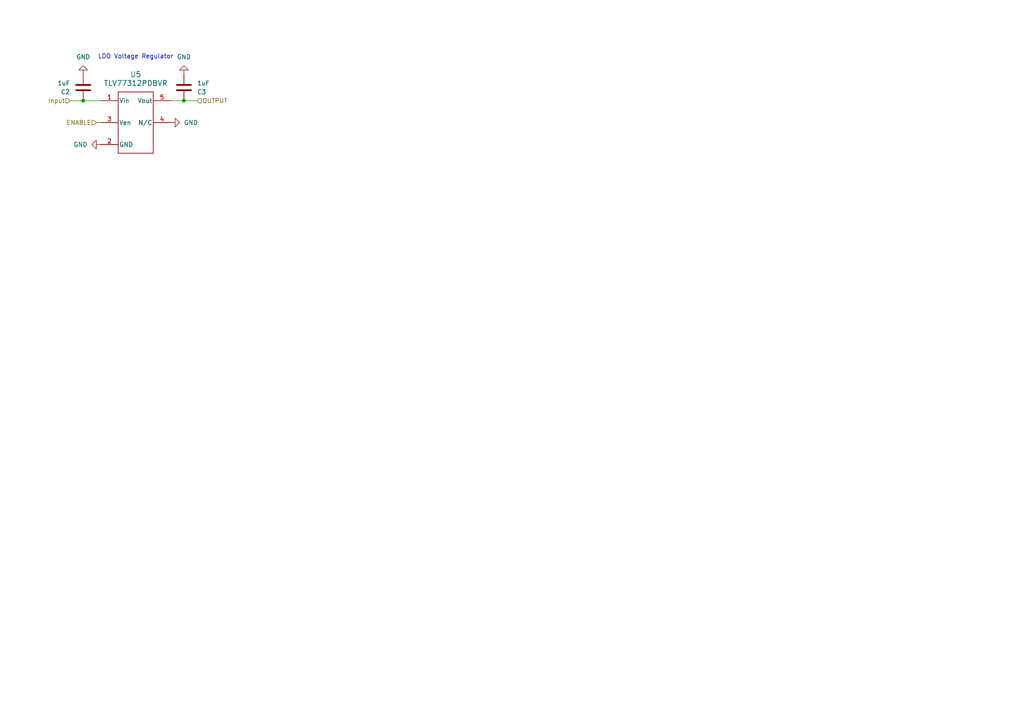
<source format=kicad_sch>
(kicad_sch (version 20250114) (generator "eeschema") (generator_version "9.0")
  (paper "A4")
  (title_block (title "Low Voltage Sensor") (date "08-22-25") (rev "0.1") (company "UTA FSAE") (comment 1 "Project Contributors: Marcus, Ali") (comment 2 "Page Authors: Marcus"))
  (lib_symbols
    (symbol "Device:C" (pin_numbers (hide yes)) (pin_names (offset 0.254))
      (property "Reference" "C" (at 0.635 2.54 0))
      (property "Value" "C" (at 0.635 -2.54 0))
      (symbol "C_0_1"
        (polyline (pts (xy -2.032 0.762) (xy 2.032 0.762)) (stroke (width 0.508)))
        (polyline (pts (xy -2.032 -0.762) (xy 2.032 -0.762)) (stroke (width 0.508)))
      )
      (symbol "C_1_1"
        (pin passive line (at 0 3.81 270) (length 2.794) (name "~") (number "1"))
        (pin passive line (at 0 -3.81 90) (length 2.794) (name "~") (number "2"))
      )
    )
    (symbol "TLV77333PDBVR:TLV77312PDBVR" (pin_names (offset 0.254))
      (property "Reference" "U" (at 0 12.446 0))
      (property "Value" "TLV77312PDBVR" (at 0 9.906 0))
      (symbol "TLV77312PDBVR_0_1"
        (polyline (pts (xy -5.08 7.62) (xy -5.08 -10.16)) (stroke (width 0.2032)))
        (polyline (pts (xy -5.08 -10.16) (xy 5.08 -10.16)) (stroke (width 0.2032)))
        (polyline (pts (xy 5.08 7.62) (xy -5.08 7.62)) (stroke (width 0.2032)))
        (polyline (pts (xy 5.08 -10.16) (xy 5.08 7.62)) (stroke (width 0.2032)))
        (pin power_in line (at -10.16 5.08 0) (length 5.08) (name "Vin") (number "1"))
        (pin input line (at -10.16 -1.27 0) (length 5.08) (name "Ven") (number "3"))
        (pin power_in line (at -10.16 -7.62 0) (length 5.08) (name "GND") (number "2"))
        (pin unspecified line (at 10.16 5.08 180) (length 5.08) (name "Vout") (number "5"))
        (pin unspecified line (at 10.16 -1.27 180) (length 5.08) (name "N/C") (number "4"))
      )
    )
    (symbol "power:GND" (power) (pin_numbers (hide yes)) (pin_names (offset 0) (hide yes))
      (property "Value" "GND" (at 0 -3.81 0))
      (symbol "GND_0_1"
        (polyline (pts (xy 0 0) (xy 0 -1.27) (xy 1.27 -1.27) (xy 0 -2.54) (xy -1.27 -1.27) (xy 0 -1.27)))
      )
      (symbol "GND_1_1"
        (pin power_in line (at 0 0 270) (length 0) (name "~") (number "1"))
      )
    )
  )
  (text "LDO Voltage Regulator" (at 39.37 16.51 0) (effects (font (size 1.27 1.27))))
  (junction (at 24.13 29.21))
  (junction (at 53.34 29.21))
  (wire (pts (xy 20.32 29.21) (xy 24.13 29.21)))
  (wire (pts (xy 49.53 29.21) (xy 53.34 29.21)))
  (wire (pts (xy 24.13 29.21) (xy 29.21 29.21)))
  (wire (pts (xy 57.15 29.21) (xy 53.34 29.21)))
  (wire (pts (xy 29.21 35.56) (xy 27.94 35.56)))
  (hierarchical_label "OUTPUT" (shape input) (at 57.15 29.21 0))
  (hierarchical_label "Input" (shape input) (at 20.32 29.21 180))
  (hierarchical_label "ENABLE" (shape input) (at 27.94 35.56 180))
  (symbol (lib_id "power:GND") (at 24.13 21.59 0) (mirror x) (unit 1)
    (property "Reference" "#PWR07" (effects (hide yes)))
    (property "Value" "GND" (at 24.13 16.51 0))
    (property "Description" "Power symbol creates a global label with name \"GND\" , ground" (effects (hide yes)))
  )
  (symbol (lib_id "Device:C") (at 24.13 25.4 180) (unit 1)
    (property "Reference" "C2" (at 20.32 26.6701 0) (effects (justify left)))
    (property "Value" "1uF" (at 20.32 24.1301 0) (effects (justify left)))
    (property "Datasheet" "https://www.mouser.com/datasheet/2/210/WTC_MLCC_General_Purpose-1534899.pdf" (effects (hide yes)))
    (property "Description" "Unpolarized capacitor" (effects (hide yes)))
    (property "mouser" "https://www.mouser.com/ProductDetail/Walsin/1206B105K100CT?qs=sGAEpiMZZMsh%252B1woXyUXj8%252BuSINP6VixThaBOcwIBBg%3D" (effects (hide yes)))
    (property "specs" "10VDC, X7R, 10%, -55C, +125C, 1uF" (effects (hide yes)))
    (property "unit x10" "0.069" (effects (hide yes)))
  )
  (symbol (lib_id "Device:C") (at 53.34 25.4 0) (mirror x) (unit 1)
    (property "Reference" "C3" (at 57.15 26.6701 0) (effects (justify left)))
    (property "Value" "1uF" (at 57.15 24.1301 0) (effects (justify left)))
    (property "Datasheet" "https://www.mouser.com/datasheet/2/210/WTC_MLCC_General_Purpose-1534899.pdf" (effects (hide yes)))
    (property "Description" "Unpolarized capacitor" (effects (hide yes)))
    (property "mouser" "https://www.mouser.com/ProductDetail/Walsin/1206B105K100CT?qs=sGAEpiMZZMsh%252B1woXyUXj8%252BuSINP6VixThaBOcwIBBg%3D" (effects (hide yes)))
    (property "specs" "10VDC, X7R, 10%, -55C, +125C, 1uF" (effects (hide yes)))
    (property "unit x10" "0.069" (effects (hide yes)))
  )
  (symbol (lib_id "TLV77333PDBVR:TLV77312PDBVR") (at 39.37 34.29 0) (unit 1)
    (property "Reference" "U5" (at 39.37 21.59 0) (effects (font (size 1.524 1.524))))
    (property "Value" "TLV77312PDBVR" (at 39.37 24.13 0) (effects (font (size 1.524 1.524))))
    (property "Footprint" "DBV0005A-IPC_A" (effects (hide yes)))
    (property "Datasheet" "https://www.ti.com/lit/gpn/tlv773" (effects (hide yes)))
  )
  (symbol (lib_id "power:GND") (at 53.34 21.59 0) (mirror x) (unit 1)
    (property "Reference" "#PWR05" (effects (hide yes)))
    (property "Value" "GND" (at 53.34 16.51 0))
    (property "Description" "Power symbol creates a global label with name \"GND\" , ground" (effects (hide yes)))
  )
  (symbol (lib_id "power:GND") (at 29.21 41.91 270) (unit 1)
    (property "Reference" "#PWR06" (effects (hide yes)))
    (property "Value" "GND" (at 25.4 41.9099 90) (effects (justify right)))
    (property "Description" "Power symbol creates a global label with name \"GND\" , ground" (effects (hide yes)))
  )
  (symbol (lib_id "power:GND") (at 49.53 35.56 90) (mirror x) (unit 1)
    (property "Reference" "#PWR08" (effects (hide yes)))
    (property "Value" "GND" (at 53.34 35.5599 90) (effects (justify right)))
    (property "Description" "Power symbol creates a global label with name \"GND\" , ground" (effects (hide yes)))
  )
)
</source>
